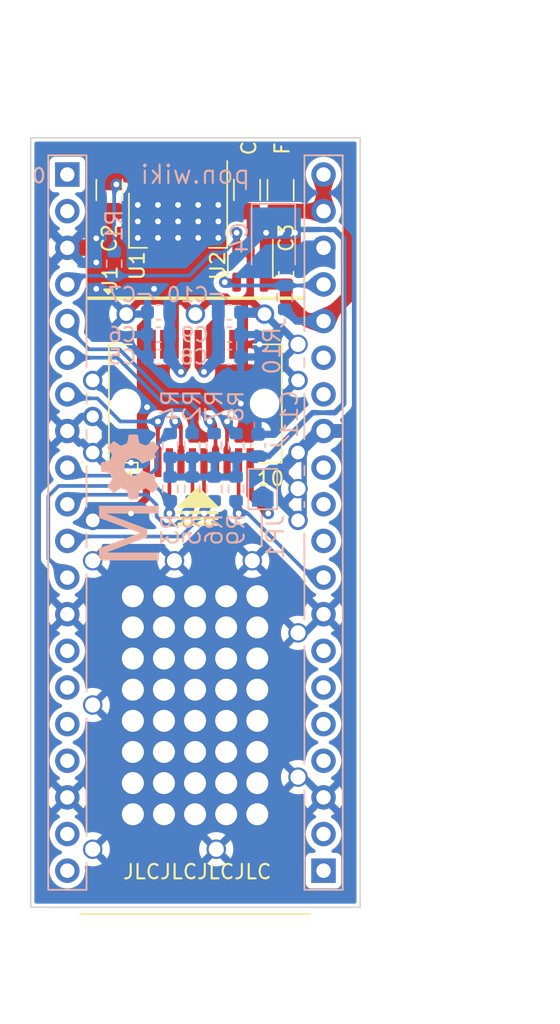
<source format=kicad_pcb>
(kicad_pcb (version 20221018) (generator pcbnew)
  (layers (0 "F.Cu" signal) (31 "B.Cu" signal) (34 "B.Paste" user) (35 "F.Paste" user) (36 "B.SilkS" user "B.Silkscreen") (37 "F.SilkS" user "F.Silkscreen") (38 "B.Mask" user) (39 "F.Mask" user) (44 "Edge.Cuts" user))
  (net 0 "")
  (net 1 "/GPIO0")
  (net 2 "/GPIO1")
  (net 3 "/GPIO2")
  (net 4 "/GPIO3")
  (net 5 "/GPIO4")
  (net 6 "/GPIO5")
  (net 7 "/GPIO6")
  (net 8 "/GPIO7")
  (net 9 "/GPIO8")
  (net 10 "/GPIO9")
  (net 11 "/GPIO10")
  (net 12 "/GPIO11")
  (net 13 "/GPIO12")
  (net 14 "/GPIO13")
  (net 15 "/GPIO14")
  (net 16 "/GPIO15")
  (net 17 "/GPIO23")
  (net 18 "/GPIO29_ADC3")
  (net 19 "/GPIO28_ADC2")
  (net 20 "/GPIO27_ADC1")
  (net 21 "/GPIO26_ADC0")
  (net 23 "/GPIO22")
  (net 24 "/GPIO21")
  (net 25 "/GPIO20")
  (net 26 "/GPIO19")
  (net 27 "/GPIO18")
  (net 28 "/GPIO17")
  (net 29 "/GPIO16")
  (net 30 "Net-(U1-VI)")
  (net 31 "GND")
  (net 32 "+3.3V")
  (net 33 "+5V")
  (net 37 "Vdrive")
  (net 38 "/RUN")
  (net 39 "Net-(J1-VeeRX)")
  (footprint "Connector_PinSocket_2.54mm:PinSocket_1x20_P2.54mm_Vertical" (layer "F.Cu") (at 147.32 63.5)
    (fp_text reference "J3" hide)
    (fp_text value "Conn_01x20")
  )
  (footprint "Capacitor_SMD:C_0603_1608Metric" (layer "F.Cu") (at 144.7292 70.3834 90)
    (fp_text reference "C3")
    (fp_text value "0.1uF")
  )
  (footprint "Connector:Connector_SFP_and_Cage" (layer "F.Cu") (at 138.425 73.175 90)
    (fp_text reference "J1")
    (fp_text value "SFP+")
  )
  (footprint "Connector_PinSocket_2.54mm:PinSocket_1x20_P2.54mm_Vertical" (layer "F.Cu") (at 129.54 63.5)
    (fp_text reference "J2" hide)
    (fp_text value "Conn_01x20")
  )
  (footprint "Capacitor_SMD:C_1206_3216Metric" (layer "F.Cu") (at 142.01 64.57 -90)
    (fp_text reference "C1" hide)
    (fp_text value "4.7uF")
  )
  (footprint "Capacitor_SMD:C_1206_3216Metric" (layer "F.Cu") (at 132.46 64.57 -90)
    (fp_text reference "C2")
    (fp_text value "4.7uF")
  )
  (footprint "Package_TO_SOT_SMD:SOT-23-5" (layer "F.Cu") (at 142.24 69.8246 -90)
    (fp_text reference "U2")
    (fp_text value "AP2191WG-7")
  )
  (footprint "Capacitor_SMD:C_1206_3216Metric" (layer "F.Cu") (at 144.34 64.57 90)
    (fp_text reference "F1" hide)
    (fp_text value "Polyfuse_Small")
  )
  (footprint "Package_TO_SOT_SMD:SOT-223-3_TabPin2" (layer "F.Cu") (at 137.225 66.67 -90)
    (fp_text reference "U1")
    (fp_text value "AIC1221-33GY3TR")
  )
  (footprint "Capacitor_SMD:C_0603_1608Metric" (layer "B.Cu") (at 135.875 73.0504 180)
    (fp_text reference "C7")
    (fp_text value "0.01uF")
  )
  (footprint "Resistor_SMD:R_0603_1608Metric" (layer "B.Cu") (at 138.2014 85.2932 90)
    (fp_text reference "R5")
    (fp_text value "10K")
  )
  (footprint "Capacitor_SMD:C_0603_1608Metric" (layer "B.Cu") (at 135.875 76.1492 180)
    (fp_text reference "C5")
    (fp_text value "1uF")
  )
  (footprint "Capacitor_SMD:C_0603_1608Metric" (layer "B.Cu") (at 135.875 74.5998 180)
    (fp_text reference "C6")
    (fp_text value "0.1uF")
  )
  (footprint "Resistor_SMD:R_0603_1608Metric" (layer "B.Cu") (at 132.7912 69.6854 90)
    (fp_text reference "R1")
    (fp_text value "10K")
  )
  (footprint "Resistor_SMD:R_0603_1608Metric" (layer "B.Cu") (at 138.2014 82.2828 -90)
    (fp_text reference "R2")
    (fp_text value "10K")
  )
  (footprint "Capacitor_SMD:C_0603_1608Metric" (layer "B.Cu") (at 142.7734 82.2828 90)
    (fp_text reference "C11")
    (fp_text value "0.1uF")
  )
  (footprint "Resistor_SMD:R_0603_1608Metric" (layer "B.Cu") (at 136.6774 85.2932 90)
    (fp_text reference "R3")
    (fp_text value "10K")
  )
  (footprint "Capacitor_SMD:C_0603_1608Metric" (layer "B.Cu") (at 140.7922 73.0504)
    (fp_text reference "C10")
    (fp_text value "0.01uF")
  )
  (footprint "Capacitor_Tantalum_SMD:CP_EIA-3528-21_Kemet-B" (layer "B.Cu") (at 143.8402 67.9958 -90)
    (fp_text reference "C4")
    (fp_text value "150uF")
  )
  (footprint "Symbol:OSHW-Logo_5.7x6mm_SilkScreen" (layer "B.Cu") (at 134.8994 83.7692 -90)
    (fp_text reference "REF**" hide)
    (fp_text value "OSHW-Logo_5.7x6mm_SilkScreen" hide)
  )
  (footprint "Capacitor_SMD:C_0603_1608Metric" (layer "B.Cu") (at 140.7922 74.5998)
    (fp_text reference "C9")
    (fp_text value "0.1uF")
  )
  (footprint "Resistor_SMD:R_0603_1608Metric" (layer "B.Cu") (at 141.2494 82.2828 -90)
    (fp_text reference "R8")
    (fp_text value "10K")
  )
  (footprint "Resistor_SMD:R_0603_1608Metric" (layer "B.Cu") (at 139.7254 85.2932 90)
    (fp_text reference "R6")
    (fp_text value "10K")
  )
  (footprint "Jumper:SolderJumper-2_P1.3mm_Open_TrianglePad1.0x1.5mm" (layer "B.Cu") (at 143.1036 85.3048 90)
    (fp_text reference "JP1")
    (fp_text value "Jumper_2_Bridged")
  )
  (footprint "Capacitor_SMD:C_0603_1608Metric" (layer "B.Cu") (at 140.7922 76.1492)
    (fp_text reference "C8")
    (fp_text value "1uF")
  )
  (footprint "Resistor_SMD:R_0603_1608Metric" (layer "B.Cu") (at 141.2494 85.2932 90)
    (fp_text reference "R9")
    (fp_text value "10K")
  )
  (footprint "Resistor_SMD:R_0603_1608Metric" (layer "B.Cu") (at 139.7254 82.2828 -90)
    (fp_text reference "R7")
    (fp_text value "10K")
  )
  (footprint "Resistor_SMD:R_0603_1608Metric" (layer "B.Cu") (at 136.6774 82.2828 -90)
    (fp_text reference "R4")
    (fp_text value "10K")
  )
  (footprint "Resistor_SMD:R_0603_1608Metric" (layer "B.Cu") (at 144.6276 72.0212 90)
    (fp_text reference "R10")
    (fp_text value "R")
  )
  (gr_line (start 134.4676 71.7804) (end 135.2042 71.7804) (stroke (width 0.15)) (layer "B.SilkS"))
  (gr_line (start 144.6276 73.787) (end 144.6276 73.533) (stroke (width 0.15)) (layer "B.SilkS"))
  (gr_line (start 144.2466 82.2706) (end 144.880052 81.637148) (stroke (width 0.15)) (layer "B.SilkS"))
  (gr_line (start 143.0274 87.1728) (end 143.0274 89.2556) (stroke (width 0.15)) (layer "B.SilkS"))
  (gr_line (start 140.208 71.7804) (end 140.5636 72.136) (stroke (width 0.15)) (layer "B.SilkS"))
  (gr_line (start 144.6149 73.7997) (end 144.3745 74.0401) (stroke (width 0.15)) (layer "B.SilkS"))
  (gr_line (start 143.6878 82.2706) (end 144.2466 82.2706) (stroke (width 0.15)) (layer "B.SilkS"))
  (gr_line (start 135.2042 71.7804) (end 135.5598 72.136) (stroke (width 0.15)) (layer "B.SilkS"))
  (gr_line (start 139.4714 71.7804) (end 140.208 71.7804) (stroke (width 0.15)) (layer "B.SilkS"))
  (gr_rect (start 137.2616 87.2998) (end 139.954 87.376) (stroke (width 0.15)) (fill solid) (layer "F.SilkS"))
  (gr_rect (start 137.2616 86.8934) (end 139.954 86.9696) (stroke (width 0.15)) (fill solid) (layer "F.SilkS"))
  (gr_rect (start 137.2616 87.7062) (end 139.954 87.7824) (stroke (width 0.15)) (fill solid) (layer "F.SilkS"))
  (gr_poly (pts (xy 132.664223 71.4756) (xy 132.384823 71.755) (xy 132.105673 71.47585)) (stroke (width 0.15)) (fill solid) (layer "F.SilkS"))
  (gr_poly (pts (xy 138.615931 85.20508) (xy 137.283211 86.5378) (xy 139.943471 86.5378)) (stroke (width 0.15)) (fill solid) (layer "F.SilkS"))
  (gr_rect (start 127 60.96) (end 149.86 114.3) (stroke (width 0.1)) (fill none) (layer "Edge.Cuts"))
  (gr_text "M" (at 136.5758 85.9028 90) (layer "B.SilkS") (effects (font (size 4.064 4.064)) (justify left bottom mirror)))
  (gr_text "pon.wiki" (at 138.425 63.5) (layer "B.SilkS") (effects (font (size 1.27 1.27)) (justify mirror)))
  (gr_text "0" (at 128.143 63.5 180) (layer "B.SilkS") (effects (font (size 1 1)) (justify left)))
  (gr_text "1" (at 133.4008 84.582) (layer "F.SilkS") (effects (font (size 1 1)) (justify left)))
  (gr_text "0" (at 128.143 63.5 180) (layer "F.SilkS") (effects (font (size 1 1)) (justify left)))
  (gr_text "10" (at 143.637 84.582) (layer "F.SilkS") (effects (font (size 1 1))))
  (gr_text "C" (at 142.1384 61.6712 90) (layer "F.SilkS") (effects (font (size 1 1))))
  (gr_text "JLCJLCJLCJLC" (at 138.557 111.8362) (layer "F.SilkS") (effects (font (size 1 1))))
  (gr_text "F" (at 144.4498 61.6966 90) (layer "F.SilkS") (effects (font (size 1 1))))
  (segment (start 141.29 67.5386) (end 141.29 68.6871) (width 0.254) (layer "F.Cu") (net 3))
  (via (at 141.29 67.5386) (size 0.8) (drill 0.4) (layers "F.Cu" "B.Cu") (net 3))
  (segment (start 140.381583 68.9229) (end 141.29 68.014483) (width 0.254) (layer "B.Cu") (net 3))
  (segment (start 139.586667 68.9229) (end 140.381583 68.9229) (width 0.254) (layer "B.Cu") (net 3))
  (segment (start 137.999167 70.5104) (end 132.9436 70.5104) (width 0.254) (layer "B.Cu") (net 3))
  (segment (start 130.1496 70.5104) (end 132.9436 70.5104) (width 0.254) (layer "B.Cu") (net 3))
  (segment (start 141.29 68.014483) (end 141.29 67.5386) (width 0.254) (layer "B.Cu") (net 3))
  (segment (start 129.54 71.12) (end 130.1496 70.5104) (width 0.254) (layer "B.Cu") (net 3))
  (segment (start 137.999167 70.5104) (end 139.586667 68.9229) (width 0.254) (layer "B.Cu") (net 3))
  (segment (start 140.625 83.475) (end 140.625 80.6196) (width 0.254) (layer "F.Cu") (net 4))
  (via (at 140.625 80.6196) (size 0.8) (drill 0.4) (layers "F.Cu" "B.Cu") (net 4))
  (segment (start 133.15402 75.6158) (end 136.36082 78.8226) (width 0.254) (layer "B.Cu") (net 4))
  (segment (start 136.36082 78.8226) (end 138.732502 78.822601) (width 0.254) (layer "B.Cu") (net 4))
  (segment (start 138.732502 78.822601) (end 140.529501 80.6196) (width 0.254) (layer "B.Cu") (net 4))
  (segment (start 140.625 80.8334) (end 141.2494 81.4578) (width 0.254) (layer "B.Cu") (net 4))
  (segment (start 140.529501 80.6196) (end 140.625 80.6196) (width 0.254) (layer "B.Cu") (net 4))
  (segment (start 129.54 73.66) (end 129.54 74.1172) (width 0.254) (layer "B.Cu") (net 4))
  (segment (start 129.54 74.1172) (end 131.0386 75.6158) (width 0.254) (layer "B.Cu") (net 4))
  (segment (start 131.0386 75.6158) (end 133.15402 75.6158) (width 0.254) (layer "B.Cu") (net 4))
  (segment (start 140.625 80.6196) (end 140.625 80.8334) (width 0.254) (layer "B.Cu") (net 4))
  (segment (start 139.825 83.475) (end 139.825 81.0196) (width 0.254) (layer "F.Cu") (net 5))
  (segment (start 139.825 81.0196) (end 139.425 80.6196) (width 0.254) (layer "F.Cu") (net 5))
  (via (at 139.425 80.6196) (size 0.8) (drill 0.4) (layers "F.Cu" "B.Cu") (net 5))
  (segment (start 139.425 81.1574) (end 139.7254 81.4578) (width 0.254) (layer "B.Cu") (net 5))
  (segment (start 129.54 76.2) (end 133.0198 76.2) (width 0.254) (layer "B.Cu") (net 5))
  (segment (start 139.425 80.6196) (end 139.425 81.1574) (width 0.254) (layer "B.Cu") (net 5))
  (segment (start 136.1504 79.3306) (end 138.136 79.3306) (width 0.254) (layer "B.Cu") (net 5))
  (segment (start 133.0198 76.2) (end 136.1504 79.3306) (width 0.254) (layer "B.Cu") (net 5))
  (segment (start 138.136 79.3306) (end 139.425 80.6196) (width 0.254) (layer "B.Cu") (net 5))
  (segment (start 135.825 83.475) (end 135.825 80.6196) (width 0.254) (layer "F.Cu") (net 6))
  (via (at 135.825 80.6196) (size 0.8) (drill 0.4) (layers "F.Cu" "B.Cu") (net 6))
  (segment (start 129.8194 79.0194) (end 131.6228 79.0194) (width 0.254) (layer "B.Cu") (net 6))
  (segment (start 135.825 80.6196) (end 136.606 79.8386) (width 0.254) (layer "B.Cu") (net 6))
  (segment (start 138.2014 80.3656) (end 138.2014 81.4578) (width 0.254) (layer "B.Cu") (net 6))
  (segment (start 136.606 79.8386) (end 137.6744 79.8386) (width 0.254) (layer "B.Cu") (net 6))
  (segment (start 129.54 78.74) (end 129.8194 79.0194) (width 0.254) (layer "B.Cu") (net 6))
  (segment (start 131.6228 79.0194) (end 133.223 80.6196) (width 0.254) (layer "B.Cu") (net 6))
  (segment (start 133.223 80.6196) (end 135.825 80.6196) (width 0.254) (layer "B.Cu") (net 6))
  (segment (start 137.6744 79.8386) (end 138.2014 80.3656) (width 0.254) (layer "B.Cu") (net 6))
  (segment (start 137.425 83.475) (end 137.425 81.0196) (width 0.254) (layer "F.Cu") (net 7))
  (segment (start 137.425 81.0196) (end 137.025 80.6196) (width 0.254) (layer "F.Cu") (net 7))
  (via (at 137.025 80.6196) (size 0.8) (drill 0.4) (layers "F.Cu" "B.Cu") (net 7))
  (segment (start 130.0988 84.3788) (end 135.2042 84.3788) (width 0.254) (layer "B.Cu") (net 7))
  (segment (start 136.5504 81.4578) (end 136.6774 81.4578) (width 0.254) (layer "B.Cu") (net 7))
  (segment (start 137.025 81.1102) (end 136.6774 81.4578) (width 0.254) (layer "B.Cu") (net 7))
  (segment (start 135.763 82.2452) (end 136.5504 81.4578) (width 0.254) (layer "B.Cu") (net 7))
  (segment (start 137.025 80.6196) (end 137.025 81.1102) (width 0.254) (layer "B.Cu") (net 7))
  (segment (start 135.2042 84.3788) (end 135.763 83.82) (width 0.254) (layer "B.Cu") (net 7))
  (segment (start 129.54 83.82) (end 130.0988 84.3788) (width 0.254) (layer "B.Cu") (net 7))
  (segment (start 135.763 83.82) (end 135.763 82.2452) (width 0.254) (layer "B.Cu") (net 7))
  (segment (start 138.225 83.475) (end 138.225 86.595) (width 0.254) (layer "F.Cu") (net 8))
  (segment (start 138.225 86.595) (end 137.825 86.995) (width 0.254) (layer "F.Cu") (net 8))
  (via (at 137.825 86.995) (size 0.8) (drill 0.4) (layers "F.Cu" "B.Cu") (net 8))
  (segment (start 138.2014 86.1182) (end 138.2014 86.6186) (width 0.254) (layer "B.Cu") (net 8))
  (segment (start 135.0264 85.6996) (end 135.7376 86.4108) (width 0.254) (layer "B.Cu") (net 8))
  (segment (start 129.54 86.36) (end 129.8448 86.0552) (width 0.254) (layer "B.Cu") (net 8))
  (segment (start 130.2004 85.6996) (end 135.0264 85.6996) (width 0.254) (layer "B.Cu") (net 8))
  (segment (start 135.7376 86.4108) (end 135.7376 87.212101) (width 0.254) (layer "B.Cu") (net 8))
  (segment (start 137.044 87.776) (end 137.825 86.995) (width 0.254) (layer "B.Cu") (net 8))
  (segment (start 138.2014 86.6186) (end 137.825 86.995) (width 0.254) (layer "B.Cu") (net 8))
  (segment (start 136.301499 87.776) (end 137.044 87.776) (width 0.254) (layer "B.Cu") (net 8))
  (segment (start 135.7376 87.212101) (end 136.301499 87.776) (width 0.254) (layer "B.Cu") (net 8))
  (segment (start 129.54 86.36) (end 130.2004 85.6996) (width 0.254) (layer "B.Cu") (net 8))
  (segment (start 139.025 83.475) (end 139.025 86.995) (width 0.254) (layer "F.Cu") (net 9))
  (via (at 139.025 86.995) (size 0.8) (drill 0.4) (layers "F.Cu" "B.Cu") (net 9))
  (segment (start 129.8448 88.5952) (end 137.4248 88.5952) (width 0.254) (layer "B.Cu") (net 9))
  (segment (start 137.4248 88.5952) (end 139.025 86.995) (width 0.254) (layer "B.Cu") (net 9))
  (segment (start 139.025 86.8186) (end 139.7254 86.1182) (width 0.254) (layer "B.Cu") (net 9))
  (segment (start 139.025 86.995) (end 139.025 86.8186) (width 0.254) (layer "B.Cu") (net 9))
  (segment (start 129.54 88.9) (end 129.8448 88.5952) (width 0.254) (layer "B.Cu") (net 9))
  (segment (start 136.625 83.475) (end 136.625 86.995) (width 0.254) (layer "F.Cu") (net 10))
  (via (at 136.625 86.995) (size 0.8) (drill 0.4) (layers "F.Cu" "B.Cu") (net 10))
  (segment (start 128.9304 85.09) (end 135.6492 85.09) (width 0.254) (layer "B.Cu") (net 10))
  (segment (start 135.6492 85.09) (end 136.6774 86.1182) (width 0.254) (layer "B.Cu") (net 10))
  (segment (start 129.54 91.44) (end 128.2192 90.1192) (width 0.254) (layer "B.Cu") (net 10))
  (segment (start 136.6774 86.9426) (end 136.625 86.995) (width 0.254) (layer "B.Cu") (net 10))
  (segment (start 136.6774 86.1182) (end 136.6774 86.9426) (width 0.254) (layer "B.Cu") (net 10))
  (segment (start 128.2192 90.1192) (end 128.2192 85.8012) (width 0.254) (layer "B.Cu") (net 10))
  (segment (start 128.2192 85.8012) (end 128.9304 85.09) (width 0.254) (layer "B.Cu") (net 10))
  (segment (start 140.462 70.9621) (end 141.29 70.9621) (width 0.254) (layer "F.Cu") (net 17))
  (via (at 140.462 70.9621) (size 0.8) (drill 0.4) (layers "F.Cu" "B.Cu") (net 17))
  (segment (start 144.6276 71.1962) (end 147.2438 71.1962) (width 0.254) (layer "B.Cu") (net 17))
  (segment (start 140.6961 71.1962) (end 140.462 70.9621) (width 0.254) (layer "B.Cu") (net 17))
  (segment (start 144.6276 71.1962) (end 140.6961 71.1962) (width 0.254) (layer "B.Cu") (net 17))
  (segment (start 147.32 71.12) (end 147.2184 71.2216) (width 0.254) (layer "B.Cu") (net 17))
  (segment (start 147.2438 71.1962) (end 147.32 71.12) (width 0.254) (layer "B.Cu") (net 17))
  (segment (start 141.425 83.475) (end 141.425 86.995) (width 0.254) (layer "F.Cu") (net 23))
  (via (at 141.425 86.995) (size 0.8) (drill 0.4) (layers "F.Cu" "B.Cu") (net 23))
  (segment (start 147.32 91.44) (end 146.5072 91.44) (width 0.254) (layer "B.Cu") (net 23))
  (segment (start 146.5072 91.44) (end 142.0622 86.995) (width 0.254) (layer "B.Cu") (net 23))
  (segment (start 141.2494 86.8194) (end 141.425 86.995) (width 0.254) (layer "B.Cu") (net 23))
  (segment (start 141.2494 86.1182) (end 141.2494 86.8194) (width 0.254) (layer "B.Cu") (net 23))
  (segment (start 141.025 86.3426) (end 141.2494 86.1182) (width 0.254) (layer "B.Cu") (net 23))
  (segment (start 142.0622 86.995) (end 141.425 86.995) (width 0.254) (layer "B.Cu") (net 23))
  (segment (start 134.625 74.0868) (end 135.1026 73.6092) (width 0.508) (layer "F.Cu") (net 31))
  (segment (start 142.367 68.8141) (end 142.24 68.6871) (width 0.254) (layer "F.Cu") (net 31))
  (segment (start 142.24 69.8246) (end 142.24 68.6871) (width 0.381) (layer "F.Cu") (net 31))
  (segment (start 137.025 70.02) (end 137.225 69.82) (width 0.508) (layer "F.Cu") (net 31))
  (segment (start 137.025 75.275) (end 137.025 70.02) (width 0.508) (layer "F.Cu") (net 31))
  (segment (start 135.025 83.475) (end 135.025 85.9296) (width 0.508) (layer "F.Cu") (net 31))
  (segment (start 144.7292 69.6084) (end 146.2916 69.6084) (width 0.889) (layer "F.Cu") (net 31))
  (segment (start 141.825 75.275) (end 142.875 75.275) (width 0.508) (layer "F.Cu") (net 31))
  (segment (start 139.8524 73.66) (end 139.8524 72.1868) (width 0.508) (layer "F.Cu") (net 31))
  (segment (start 142.24 68.6871) (end 142.24 66.275) (width 0.508) (layer "F.Cu") (net 31))
  (segment (start 144.513 69.8246) (end 142.24 69.8246) (width 0.381) (layer "F.Cu") (net 31))
  (segment (start 142.24 66.275) (end 142.01 66.045) (width 0.508) (layer "F.Cu") (net 31))
  (segment (start 133.9596 83.475) (end 135.025 83.475) (width 0.508) (layer "F.Cu") (net 31))
  (segment (start 135.1026 73.6092) (end 135.1026 72.0344) (width 0.508) (layer "F.Cu") (net 31))
  (segment (start 135.025 85.9296) (end 133.9596 86.995) (width 0.508) (layer "F.Cu") (net 31))
  (segment (start 139.425 74.0874) (end 139.8524 73.66) (width 0.508) (layer "F.Cu") (net 31))
  (segment (start 134.625 75.275) (end 134.625 74.0868) (width 0.508) (layer "F.Cu") (net 31))
  (segment (start 146.2916 69.6084) (end 147.32 68.58) (width 0.889) (layer "F.Cu") (net 31))
  (segment (start 144.7292 69.6084) (end 144.513 69.8246) (width 0.381) (layer "F.Cu") (net 31))
  (segment (start 139.425 75.275) (end 139.425 74.0874) (width 0.508) (layer "F.Cu") (net 31))
  (segment (start 144.7292 69.6084) (end 144.4876 69.85) (width 0.381) (layer "F.Cu") (net 31))
  (segment (start 141.825 75.275) (end 141.825 72.229) (width 0.508) (layer "F.Cu") (net 31))
  (segment (start 133.702 73.602) (end 133.625 73.602) (width 0.254) (layer "F.Cu") (net 31))
  (via (at 134.431 65.607) (size 0.8) (drill 0.4) (layers "F.Cu" "B.Cu") (net 31))
  (via (at 142.7226 103.5304) (size 2.159) (drill 1.524) (layers "F.Cu" "B.Cu") (net 31))
  (via (at 140.5636 97.0534) (size 2.159) (drill 1.524) (layers "F.Cu" "B.Cu") (net 31))
  (via (at 136.2456 105.6894) (size 2.159) (drill 1.524) (layers "F.Cu" "B.Cu") (net 31))
  (via (at 142.7226 101.3714) (size 2.159) (drill 1.524) (layers "F.Cu" "B.Cu") (net 31))
  (via (at 142.7226 99.2124) (size 2.159) (drill 1.524) (layers "F.Cu" "B.Cu") (net 31))
  (via (at 136.2456 97.0534) (size 2.159) (drill 1.524) (layers "F.Cu" "B.Cu") (net 31))
  (via (at 137.225 66.75) (size 0.8) (drill 0.4) (layers "F.Cu" "B.Cu") (net 31))
  (via (at 137.225 65.607) (size 0.8) (drill 0.4) (layers "F.Cu" "B.Cu") (net 31))
  (via (at 135.0772 79.629) (size 0.8) (drill 0.4) (layers "F.Cu" "B.Cu") (net 31))
  (via (at 134.0866 105.6894) (size 2.159) (drill 1.524) (layers "F.Cu" "B.Cu") (net 31))
  (via (at 136.2456 101.3714) (size 2.159) (drill 1.524) (layers "F.Cu" "B.Cu") (net 31))
  (via (at 134.0866 107.8484) (size 2.159) (drill 1.524) (layers "F.Cu" "B.Cu") (net 31))
  (via (at 138.4046 103.5304) (size 2.159) (drill 1.524) (layers "F.Cu" "B.Cu") (net 31))
  (via (at 138.622 66.75) (size 0.8) (drill 0.4) (layers "F.Cu" "B.Cu") (net 31))
  (via (at 136.2456 99.2124) (size 2.159) (drill 1.524) (layers "F.Cu" "B.Cu") (net 31))
  (via (at 138.4046 92.7354) (size 2.159) (drill 1.524) (layers "F.Cu" "B.Cu") (net 31))
  (via (at 134.0866 99.2124) (size 2.159) (drill 1.524) (layers "F.Cu" "B.Cu") (net 31))
  (via (at 140.5636 92.7354) (size 2.159) (drill 1.524) (layers "F.Cu" "B.Cu") (net 31))
  (via (at 134.431 66.75) (size 0.8) (drill 0.4) (layers "F.Cu" "B.Cu") (net 31))
  (via (at 134.0866 101.3714) (size 2.159) (drill 1.524) (layers "F.Cu" "B.Cu") (net 31))
  (via (at 142.7226 92.7354) (size 2.159) (drill 1.524) (layers "F.Cu" "B.Cu") (net 31))
  (via (at 142.7226 105.6894) (size 2.159) (drill 1.524) (layers "F.Cu" "B.Cu") (net 31))
  (via (at 138.622 67.893) (size 0.8) (drill 0.4) (layers "F.Cu" "B.Cu") (net 31))
  (via (at 135.828 66.75) (size 0.8) (drill 0.4) (layers "F.Cu" "B.Cu") (net 31))
  (via (at 138.4046 94.8944) (size 2.159) (drill 1.524) (layers "F.Cu" "B.Cu") (net 31))
  (via (at 140.5636 99.2124) (size 2.159) (drill 1.524) (layers "F.Cu" "B.Cu") (net 31))
  (via (at 142.875 75.275) (size 0.8) (drill 0.4) (layers "F.Cu" "B.Cu") (net 31))
  (via (at 135.5598 71.4248) (size 0.8) (drill 0.4) (layers "F.Cu" "B.Cu") (net 31))
  (via (at 137.225 67.893) (size 0.8) (drill 0.4) (layers "F.Cu" "B.Cu") (net 31))
  (via (at 141.5796 79.375) (size 0.8) (drill 0.4) (layers "F.Cu" "B.Cu") (net 31))
  (via (at 140.019 66.75) (size 0.8) (drill 0.4) (layers "F.Cu" "B.Cu") (net 31))
  (via (at 140.5636 101.3714) (size 2.159) (drill 1.524) (layers "F.Cu" "B.Cu") (net 31))
  (via (at 142.7226 97.0534) (size 2.159) (drill 1.524) (layers "F.Cu" "B.Cu") (net 31))
  (via (at 134.0866 97.0534) (size 2.159) (drill 1.524) (layers "F.Cu" "B.Cu") (net 31))
  (via (at 134.0866 92.7354) (size 2.159) (drill 1.524) (layers "F.Cu" "B.Cu") (net 31))
  (via (at 138.622 65.607) (size 0.8) (drill 0.4) (layers "F.Cu" "B.Cu") (net 31))
  (via (at 131.5466 71.4248) (size 0.8) (drill 0.4) (layers "F.Cu" "B.Cu") (net 31))
  (via (at 140.5636 107.8484) (size 2.159) (drill 1.524) (layers "F.Cu" "B.Cu") (net 31))
  (via (at 140.5636 94.8944) (size 2.159) (drill 1.524) (layers "F.Cu" "B.Cu") (net 31))
  (via (at 138.4046 101.3714) (size 2.159) (drill 1.524) (layers "F.Cu" "B.Cu") (net 31))
  (via (at 142.7226 94.8944) (size 2.159) (drill 1.524) (layers "F.Cu" "B.Cu") (net 31))
  (via (at 133.9596 83.475) (size 0.8) (drill 0.4) (layers "F.Cu" "B.Cu") (net 31))
  (via (at 136.2456 107.8484) (size 2.159) (drill 1.524) (layers "F.Cu" "B.Cu") (net 31))
  (via (at 135.828 65.607) (size 0.8) (drill 0.4) (layers "F.Cu" "B.Cu") (net 31))
  (via (at 140.5636 103.5304) (size 2.159) (drill 1.524) (layers "F.Cu" "B.Cu") (net 31))
  (via (at 131.5466 67.9196) (size 0.8) (drill 0.4) (layers "F.Cu" "B.Cu") (net 31))
  (via (at 134.0866 94.8944) (size 2.159) (drill 1.524) (layers "F.Cu" "B.Cu") (net 31))
  (via (at 136.2456 103.5304) (size 2.159) (drill 1.524) (layers "F.Cu" "B.Cu") (net 31))
  (via (at 136.2456 92.7354) (size 2.159) (drill 1.524) (layers "F.Cu" "B.Cu") (net 31))
  (via (at 142.7226 107.8484) (size 2.159) (drill 1.524) (layers "F.Cu" "B.Cu") (net 31))
  (via (at 138.4046 105.6894) (size 2.159) (drill 1.524) (layers "F.Cu" "B.Cu") (net 31))
  (via (at 135.828 67.893) (size 0.8) (drill 0.4) (layers "F.Cu" "B.Cu") (net 31))
  (via (at 138.4046 97.0534) (size 2.159) (drill 1.524) (layers "F.Cu" "B.Cu") (net 31))
  (via (at 136.2456 94.8944) (size 2.159) (drill 1.524) (layers "F.Cu" "B.Cu") (net 31))
  (via (at 133.9596 86.995) (size 0.8) (drill 0.4) (layers "F.Cu" "B.Cu") (net 31))
  (via (at 140.019 67.893) (size 0.8) (drill 0.4) (layers "F.Cu" "B.Cu") (net 31))
  (via (at 138.4046 107.8484) (size 2.159) (drill 1.524) (layers "F.Cu" "B.Cu") (net 31))
  (via (at 140.019 65.607) (size 0.8) (drill 0.4) (layers "F.Cu" "B.Cu") (net 31))
  (via (at 134.431 67.893) (size 0.8) (drill 0.4) (layers "F.Cu" "B.Cu") (net 31))
  (via (at 131.5466 69.596) (size 0.8) (drill 0.4) (layers "F.Cu" "B.Cu") (net 31))
  (via (at 134.0866 103.5304) (size 2.159) (drill 1.524) (layers "F.Cu" "B.Cu") (net 31))
  (via (at 138.4046 99.2124) (size 2.159) (drill 1.524) (layers "F.Cu" "B.Cu") (net 31))
  (via (at 140.5636 105.6894) (size 2.159) (drill 1.524) (layers "F.Cu" "B.Cu") (net 31))
  (segment (start 145.915 105.275) (end 147.32 106.68) (width 0.508) (layer "B.Cu") (net 31))
  (segment (start 131.3 82.775) (end 131.035 82.775) (width 0.508) (layer "B.Cu") (net 31))
  (segment (start 145.9738 83.1988) (end 145.9738 84.8512) (width 0.381) (layer "B.Cu") (net 31))
  (segment (start 147.045 81.28) (end 145.55 82.775) (width 0.889) (layer "B.Cu") (net 31))
  (segment (start 145.55 85.275) (end 145.9738 85.6988) (width 0.381) (layer "B.Cu") (net 31))
  (segment (start 138.2 73.4) (end 138.425 73.175) (width 0.508) (layer "B.Cu") (net 31))
  (segment (start 141.6918 73.175) (end 141.5672 73.0504) (width 0.254) (layer "B.Cu") (net 31))
  (segment (start 145.55 82.775) (end 145.9738 83.1988) (width 0.381) (layer "B.Cu") (net 31))
  (segment (start 134.9754 73.175) (end 135.1 73.0504) (width 0.508) (layer "B.Cu") (net 31))
  (segment (start 145.9738 84.8512) (end 145.55 85.275) (width 0.381) (layer "B.Cu") (net 31))
  (segment (start 147.32 81.28) (end 147.045 81.28) (width 0.508) (layer "B.Cu") (net 31))
  (segment (start 130.545 80.275) (end 129.54 81.28) (width 0.508) (layer "B.Cu") (net 31))
  (segment (start 146.025 95.275) (end 147.32 93.98) (width 0.508) (layer "B.Cu") (net 31))
  (segment (start 133.625 73.175) (end 134.9754 73.175) (width 0.508) (layer "B.Cu") (net 31))
  (segment (start 145.9738 87.0512) (end 145.55 87.475) (width 0.381) (layer "B.Cu") (net 31))
  (segment (start 145.55 95.275) (end 146.025 95.275) (width 0.508) (layer "B.Cu") (net 31))
  (segment (start 143.225 73.175) (end 141.6918 73.175) (width 0.508) (layer "B.Cu") (net 31))
  (segment (start 131.3 80.275) (end 130.545 80.275) (width 0.508) (layer "B.Cu") (net 31))
  (segment (start 145.55 105.275) (end 145.915 105.275) (width 0.508) (layer "B.Cu") (net 31))
  (segment (start 138.3004 73.0504) (end 138.425 73.175) (width 0.508) (layer "B.Cu") (net 31))
  (segment (start 145.9738 85.6988) (end 145.9738 87.0512) (width 0.381) (layer "B.Cu") (net 31))
  (segment (start 132.46 63.095) (end 132.46 62.165) (width 0.889) (layer "F.Cu") (net 32))
  (segment (start 147.32 73.66) (end 146.177 73.66) (width 0.889) (layer "F.Cu") (net 32))
  (segment (start 132.95 61.675) (end 148.475 61.675) (width 0.889) (layer "F.Cu") (net 32))
  (segment (start 149.075 71.905) (end 147.32 73.66) (width 0.889) (layer "F.Cu") (net 32))
  (segment (start 144.7292 72.2122) (end 144.7292 71.1584) (width 0.889) (layer "F.Cu") (net 32))
  (segment (start 132.46 62.165) (end 132.95 61.675) (width 0.889) (layer "F.Cu") (net 32))
  (segment (start 134.925 63.52) (end 132.885 63.52) (width 1.016) (layer "F.Cu") (net 32))
  (segment (start 148.475 61.675) (end 149.075 62.275) (width 0.889) (layer "F.Cu") (net 32))
  (segment (start 146.177 73.66) (end 144.7292 72.2122) (width 0.889) (layer "F.Cu") (net 32))
  (segment (start 147.32 73.66) (end 147.29 73.66) (width 0.889) (layer "F.Cu") (net 32))
  (segment (start 149.075 62.275) (end 149.075 71.905) (width 0.889) (layer "F.Cu") (net 32))
  (segment (start 132.885 63.52) (end 132.46 63.095) (width 1.016) (layer "F.Cu") (net 32))
  (via (at 132.9436 64.1858) (size 0.8) (drill 0.4) (layers "F.Cu" "B.Cu") (net 32))
  (segment (start 145.4414 73.66) (end 144.6276 72.8462) (width 0.508) (layer "B.Cu") (net 32))
  (segment (start 132.7912 68.8604) (end 132.7912 64.3382) (width 0.254) (layer "B.Cu") (net 32))
  (segment (start 147.32 73.66) (end 145.4414 73.66) (width 0.508) (layer "B.Cu") (net 32))
  (segment (start 133.0452 64.2874) (end 132.9436 64.1858) (width 0.381) (layer "B.Cu") (net 32))
  (segment (start 132.7912 64.3382) (end 132.9436 64.1858) (width 0.254) (layer "B.Cu") (net 32))
  (segment (start 147.32 66.04) (end 144.345 66.04) (width 1.016) (layer "F.Cu") (net 33))
  (segment (start 147.32 66.04) (end 147.32 63.5) (width 1.016) (layer "F.Cu") (net 33))
  (segment (start 137.825 76.78) (end 137.425 77.18) (width 0.508) (layer "F.Cu") (net 37))
  (segment (start 138.625 75.275) (end 138.625 76.78) (width 0.508) (layer "F.Cu") (net 37))
  (segment (start 138.625 76.78) (end 139.025 77.18) (width 0.508) (layer "F.Cu") (net 37))
  (segment (start 137.825 75.275) (end 137.825 76.78) (width 0.508) (layer "F.Cu") (net 37))
  (via (at 145.3388 67.5386) (size 0.8) (drill 0.4) (layers "F.Cu" "B.Cu") (net 37))
  (via (at 144.34 67.5386) (size 0.8) (drill 0.4) (layers "F.Cu" "B.Cu") (net 37))
  (via (at 137.425 77.18) (size 0.8) (drill 0.4) (layers "F.Cu" "B.Cu") (net 37))
  (via (at 143.3322 67.5386) (size 0.8) (drill 0.4) (layers "F.Cu" "B.Cu") (net 37))
  (via (at 139.025 77.18) (size 0.8) (drill 0.4) (layers "F.Cu" "B.Cu") (net 37))
  (segment (start 138.2776 71.3994) (end 139.9286 69.7484) (width 0.889) (layer "B.Cu") (net 37))
  (segment (start 147.7772 80.01) (end 146.7866 80.01) (width 0.3302) (layer "B.Cu") (net 37))
  (segment (start 148.717 79.4004) (end 148.1074 80.01) (width 0.381) (layer "B.Cu") (net 37))
  (segment (start 140.0172 73.0504) (end 140.0172 74.5998) (width 0.762) (layer "B.Cu") (net 37))
  (segment (start 136.65 73.0504) (end 136.65 72.2904) (width 0.889) (layer "B.Cu") (net 37))
  (segment (start 142.933317 67.5386) (end 140.723517 69.7484) (width 0.889) (layer "B.Cu") (net 37))
  (segment (start 146.7866 80.01) (end 146.558 80.01) (width 0.381) (layer "B.Cu") (net 37))
  (segment (start 136.65 76.1492) (end 136.65 76.405) (width 0.635) (layer "B.Cu") (net 37))
  (segment (start 136.65 73.0504) (end 136.65 74.5998) (width 0.635) (layer "B.Cu") (net 37))
  (segment (start 148.717 67.945) (end 148.717 79.4004) (width 0.381) (layer "B.Cu") (net 37))
  (segment (start 140.0172 73.0504) (end 140.0172 72.3516) (width 0.889) (layer "B.Cu") (net 37))
  (segment (start 140.0045 72.3516) (end 139.0523 71.3994) (width 0.889) (layer "B.Cu") (net 37))
  (segment (start 140.0172 74.5998) (end 140.0172 76.1492) (width 0.762) (layer "B.Cu") (net 37))
  (segment (start 137.541 71.3994) (end 138.2776 71.3994) (width 0.889) (layer "B.Cu") (net 37))
  (segment (start 146.558 80.01) (end 143.5102 83.0578) (width 0.381) (layer "B.Cu") (net 37))
  (segment (start 145.3388 67.5386) (end 145.5674 67.31) (width 0.3302) (layer "B.Cu") (net 37))
  (segment (start 148.082 67.31) (end 148.717 67.945) (width 0.381) (layer "B.Cu") (net 37))
  (segment (start 140.0172 72.3516) (end 140.0045 72.3516) (width 0.762) (layer "B.Cu") (net 37))
  (segment (start 147.7518 67.31) (end 148.082 67.31) (width 0.381) (layer "B.Cu") (net 37))
  (segment (start 136.65 72.2904) (end 137.541 71.3994) (width 0.889) (layer "B.Cu") (net 37))
  (segment (start 141.2994 83.0578) (end 141.2494 83.1078) (width 0.508) (layer "B.Cu") (net 37))
  (segment (start 140.0172 76.1878) (end 139.025 77.18) (width 0.762) (layer "B.Cu") (net 37))
  (segment (start 148.1074 80.01) (end 147.7772 80.01) (width 0.381) (layer "B.Cu") (net 37))
  (segment (start 139.0523 71.3994) (end 138.2776 71.3994) (width 0.889) (layer "B.Cu") (net 37))
  (segment (start 140.0172 76.1492) (end 140.0172 76.1878) (width 0.762) (layer "B.Cu") (net 37))
  (segment (start 143.0784 83.0578) (end 142.7734 83.0578) (width 0.254) (layer "B.Cu") (net 37))
  (segment (start 143.3322 67.5386) (end 142.933317 67.5386) (width 0.762) (layer "B.Cu") (net 37))
  (segment (start 146.8628 67.31) (end 147.7518 67.31) (width 0.3302) (layer "B.Cu") (net 37))
  (segment (start 143.5102 83.0578) (end 143.0784 83.0578) (width 0.381) (layer "B.Cu") (net 37))
  (segment (start 142.7734 83.0578) (end 141.2994 83.0578) (width 0.508) (layer "B.Cu") (net 37))
  (segment (start 140.723517 69.7484) (end 139.9286 69.7484) (width 0.889) (layer "B.Cu") (net 37))
  (segment (start 136.65 74.5998) (end 136.65 76.1492) (width 0.635) (layer "B.Cu") (net 37))
  (segment (start 136.65 76.405) (end 137.425 77.18) (width 0.635) (layer "B.Cu") (net 37))
  (segment (start 145.5674 67.31) (end 146.8628 67.31) (width 0.381) (layer "B.Cu") (net 37))
  (segment (start 142.225 83.475) (end 142.225 85.7354) (width 0.508) (layer "F.Cu") (net 39))
  (segment (start 142.225 85.7354) (end 143.4846 86.995) (width 0.508) (layer "F.Cu") (net 39))
  (via (at 143.4846 86.995) (size 0.8) (drill 0.4) (layers "F.Cu" "B.Cu") (net 39))
  (segment (start 143.4846 86.995) (end 143.4846 86.4108) (width 0.508) (layer "B.Cu") (net 39))
  (segment (start 143.4846 86.4108) (end 143.1036 86.0298) (width 0.508) (layer "B.Cu") (net 39))
  (zone (net 0) (net_name "") (layer "F.Cu") (connect_pads (clearance 0)) (min_thickness 0.25)
    (keepout (tracks allowed) (vias allowed) (pads allowed) (copperpour not_allowed) (footprints allowed))
    (fill (thermal_gap 0.381) (thermal_bridge_width 0.635))
    (polygon (pts (xy 134.63 74.265) (xy 134.63 72.53) (xy 137.43 72.53) (xy 137.43 74.265)))
  )
  (zone (net 0) (net_name "") (layer "F.Cu") (connect_pads (clearance 0)) (min_thickness 0.25)
    (keepout (tracks allowed) (vias allowed) (pads allowed) (copperpour not_allowed) (footprints allowed))
    (fill (thermal_gap 0.381) (thermal_bridge_width 0.635))
    (polygon (pts (xy 147.55 80.96) (xy 147.55 79.905) (xy 149.72 79.905) (xy 149.72 80.96)))
  )
  (zone (net 0) (net_name "") (layer "F.Cu") (connect_pads (clearance 0)) (min_thickness 0.25)
    (keepout (tracks allowed) (vias allowed) (pads allowed) (copperpour not_allowed) (footprints allowed))
    (fill (thermal_gap 0.381) (thermal_bridge_width 0.635))
    (polygon (pts (xy 140.61 65.795) (xy 140.61 64.56) (xy 143.42 64.56) (xy 143.42 65.795)))
  )
  (zone (net 0) (net_name "") (layer "F.Cu") (connect_pads (clearance 0)) (min_thickness 0.25)
    (keepout (tracks allowed) (vias allowed) (pads allowed) (copperpour not_allowed) (footprints allowed))
    (fill (thermal_gap 0.381) (thermal_bridge_width 0.635))
    (polygon (pts (xy 142.9268 69.6886) (xy 143.1808 69.6886) (xy 143.1808 72.771477) (xy 142.4936 72.0852) (xy 142.4936 70.0796) (xy 142.4936 67.1242) (xy 142.9268 67.1242)))
  )
  (zone (net 31) (net_name "GND") (layer "F.Cu") (priority 7) (connect_pads yes (clearance 0.381)) (min_thickness 0.25) (fill yes (thermal_gap 0.5) (thermal_bridge_width 0.5) (smoothing fillet) (radius 1.016))
    (polygon (pts (xy 132.9944 108.9406) (xy 143.8148 108.9406) (xy 143.8148 91.5924) (xy 132.9944 91.5924)))
  )
  (zone (net 31) (net_name "GND") (layer "F.Cu") (priority 10) (connect_pads yes (clearance 0.381)) (min_thickness 0.25) (fill yes (thermal_gap 0.381) (thermal_bridge_width 0.508))
    (polygon (pts (xy 129.54 67.9958) (xy 129.54 69.1388) (xy 131.1402 69.1388) (xy 131.1402 67.9958)))
  )
  (zone (net 0) (net_name "") (layer "F.Cu") (connect_pads (clearance 0)) (min_thickness 0.25)
    (keepout (tracks allowed) (vias allowed) (pads allowed) (copperpour not_allowed) (footprints allowed))
    (fill (thermal_gap 0.5) (thermal_bridge_width 0.5))
    (polygon (pts (xy 136.2202 81.1022) (xy 136.2202 82.2452) (xy 136.9822 82.2452) (xy 136.9822 81.1022)))
  )
  (zone (net 0) (net_name "") (layer "F.Cu") (connect_pads (clearance 0)) (min_thickness 0.25)
    (keepout (tracks allowed) (vias allowed) (pads allowed) (copperpour not_allowed) (footprints allowed))
    (fill (thermal_gap 0.381) (thermal_bridge_width 0.635))
    (polygon (pts (xy 135.2864 82.4738) (xy 135.2864 82.0888) (xy 142.4844 82.0888) (xy 142.4844 82.4738)))
  )
  (zone (net 0) (net_name "") (layer "F.Cu") (connect_pads (clearance 0)) (min_thickness 0.25)
    (keepout (tracks allowed) (vias allowed) (pads allowed) (copperpour not_allowed) (footprints allowed))
    (fill (thermal_gap 0.381) (thermal_bridge_width 0.635))
    (polygon (pts (xy 133.35 65.725) (xy 133.35 65.05) (xy 133.75 65.05) (xy 133.75 65.725)))
  )
  (zone (net 37) (net_name "Vdrive") (layer "F.Cu") (priority 3) (connect_pads yes (clearance 0.381)) (min_thickness 0.25) (fill yes (thermal_gap 0.381) (thermal_bridge_width 0.508))
    (polygon (pts (xy 145.7452 68.6562) (xy 144.0942 68.6562) (xy 143.406456 69.343944) (xy 142.9258 69.342) (xy 142.9258 68.0466) (xy 142.9258 67.1322) (xy 145.7452 67.1322)))
  )
  (zone (net 0) (net_name "") (layer "F.Cu") (connect_pads (clearance 0)) (min_thickness 0.25)
    (keepout (tracks allowed) (vias allowed) (pads allowed) (copperpour not_allowed) (footprints allowed))
    (fill (thermal_gap 0.381) (thermal_bridge_width 0.635))
    (polygon (pts (xy 139.43 74.265) (xy 139.43 72.54) (xy 142.22 72.54) (xy 142.22 74.265)))
  )
  (zone (net 31) (net_name "GND") (layer "F.Cu") (priority 4) (connect_pads (clearance 0.381)) (min_thickness 0.25) (fill yes (thermal_gap 0.381) (thermal_bridge_width 0.508) (island_removal_mode 1) (island_area_min 9.999999))
    (polygon (pts (xy 134.366 74.27) (xy 134.366 84.481057) (xy 142.4854 84.48072) (xy 142.4854 74.27)))
  )
  (zone (net 30) (net_name "Net-(U1-VI)") (layer "F.Cu") (priority 1) (connect_pads yes (clearance 0.5)) (min_thickness 0.25) (fill yes (thermal_gap 0.381) (thermal_bridge_width 0.635))
    (polygon (pts (xy 138.775 62.525) (xy 145.25 62.525) (xy 145.25 63.675) (xy 141.125 63.675) (xy 140.275 64.525) (xy 138.775 64.525)))
  )
  (zone (net 31) (net_name "GND") (layer "F.Cu") (connect_pads (clearance 0.381)) (min_thickness 0.25) (fill yes (thermal_gap 0.508) (thermal_bridge_width 0.508))
    (polygon (pts (xy 129.539458 60.95) (xy 129.540012 74.154016) (xy 142.771237 74.155312) (xy 145.5824 71.316767) (xy 145.5824 60.95)))
  )
  (zone (net 0) (net_name "") (layer "F.Cu") (connect_pads (clearance 0)) (min_thickness 0.25)
    (keepout (tracks allowed) (vias allowed) (pads allowed) (copperpour not_allowed) (footprints allowed))
    (fill (thermal_gap 0.381) (thermal_bridge_width 0.635))
    (polygon (pts (xy 127.22 74.275) (xy 127.22 69.154) (xy 130.849717 69.154) (xy 130.850008 72.54) (xy 132.63 72.54) (xy 132.63 74.275)))
  )
  (zone (net 0) (net_name "") (layer "F.Cu") (connect_pads (clearance 0)) (min_thickness 0.25)
    (keepout (tracks allowed) (vias allowed) (pads allowed) (copperpour not_allowed) (footprints allowed))
    (fill (thermal_gap 0.5) (thermal_bridge_width 0.5))
    (polygon (pts (xy 134.0104 82.0928) (xy 134.0104 82.4992) (xy 134.7724 82.4992) (xy 134.7724 82.0928)))
  )
  (zone (net 32) (net_name "+3.3V") (layer "F.Cu") (priority 5) (connect_pads yes (clearance 0.381)) (min_thickness 0.25) (fill yes (thermal_gap 0.381) (thermal_bridge_width 0.508))
    (polygon (pts (xy 143.7767 70.7136) (xy 144.7292 70.7136) (xy 144.7292 71.4756) (xy 143.179805 71.4756) (xy 143.179853 70.3072) (xy 143.3703 70.3072)))
  )
  (zone (net 0) (net_name "") (layer "F.Cu") (connect_pads (clearance 0)) (min_thickness 0.25)
    (keepout (tracks allowed) (vias allowed) (pads allowed) (copperpour not_allowed) (footprints allowed))
    (fill (thermal_gap 0.381) (thermal_bridge_width 0.635))
    (polygon (pts (xy 141.987 70.3072) (xy 140.614 70.3072) (xy 140.614 69.1298) (xy 141.3252 69.1298) (xy 141.3252 67.6402) (xy 141.987 67.6402)))
  )
  (zone (net 0) (net_name "") (layer "F.Cu") (connect_pads (clearance 0)) (min_thickness 0.25)
    (keepout (tracks allowed) (vias allowed) (pads allowed) (copperpour not_allowed) (footprints allowed))
    (fill (thermal_gap 0.381) (thermal_bridge_width 0.635))
    (polygon (pts (xy 132.0518 65.725) (xy 132.0518 67.125006) (xy 130.859566 67.126814) (xy 130.86007 67.9806) (xy 127.22 67.9806) (xy 127.22 62.27) (xy 131.4724 62.27) (xy 131.4724 65.725)))
  )
  (zone (net 0) (net_name "") (layer "F.Cu") (connect_pads (clearance 0)) (min_thickness 0.25)
    (keepout (tracks allowed) (vias allowed) (pads allowed) (copperpour not_allowed) (footprints allowed))
    (fill (thermal_gap 0.381) (thermal_bridge_width 0.635))
    (polygon (pts (xy 147.68 70.4) (xy 147.0576 70.4) (xy 147.0576 72.16) (xy 146.1462 72.16) (xy 146.1462 68.7606) (xy 147.225 68.7606) (xy 147.225 67.675) (xy 147.68 67.675)))
  )
  (zone (net 0) (net_name "") (layer "F.Cu") (connect_pads (clearance 0)) (min_thickness 0.25)
    (keepout (tracks allowed) (vias allowed) (pads allowed) (copperpour not_allowed) (footprints allowed))
    (fill (thermal_gap 0.5) (thermal_bridge_width 0.5))
    (polygon (pts (xy 142.0876 76.2508) (xy 142.0876 76.6572) (xy 142.8496 76.6572) (xy 142.8496 76.2508)))
  )
  (zone (net 0) (net_name "") (layer "F.Cu") (connect_pads (clearance 0)) (min_thickness 0.25)
    (keepout (tracks allowed) (vias allowed) (pads allowed) (copperpour not_allowed) (footprints allowed))
    (fill (thermal_gap 0.381) (thermal_bridge_width 0.635))
    (polygon (pts (xy 134.88 76.66) (xy 134.88 76.275) (xy 141.57 76.275) (xy 141.57 76.66)))
  )
  (zone (net 32) (net_name "+3.3V") (layer "F.Cu") (priority 1) (connect_pads yes (clearance 0.381)) (min_thickness 0.25) (fill yes (thermal_gap 0.5) (thermal_bridge_width 0.5))
    (polygon (pts (xy 131.572 62.5094) (xy 131.572 64.5922) (xy 133.35 64.5922) (xy 133.35 62.5094)))
  )
  (zone (net 37) (net_name "Vdrive") (layer "B.Cu") (priority 3) (connect_pads yes (clearance 0.381)) (min_thickness 0.25) (fill yes (thermal_gap 0.381) (thermal_bridge_width 0.508))
    (polygon (pts (xy 142.1638 67.945) (xy 142.1638 65.786) (xy 145.7452 65.786) (xy 145.7452 67.7164) (xy 145.5166 67.945)))
  )
  (zone (net 31) (net_name "GND") (layer "B.Cu") (priority 14) (connect_pads yes (clearance 0.381)) (min_thickness 0.25) (fill yes (thermal_gap 0.381) (thermal_bridge_width 0.508))
    (polygon (pts (xy 141.5542 72.7202) (xy 143.2052 72.7202) (xy 143.2052 73.4314) (xy 141.5542 73.4314)))
  )
  (zone (net 0) (net_name "") (layer "B.Cu") (connect_pads yes (clearance 0)) (min_thickness 0.25)
    (keepout (tracks allowed) (vias allowed) (pads allowed) (copperpour not_allowed) (footprints allowed))
    (fill (thermal_gap 0.381) (thermal_bridge_width 0.508))
    (polygon (pts (xy 144.6022 83.1088) (xy 144.0942 83.6168) (xy 143.2814 83.6168) (xy 143.7894 83.1088)))
  )
  (zone (net 0) (net_name "") (layer "B.Cu") (connect_pads (clearance 0)) (min_thickness 0.25)
    (keepout (tracks allowed) (vias allowed) (pads allowed) (copperpour not_allowed) (footprints allowed))
    (fill (thermal_gap 0.5) (thermal_bridge_width 0.5))
    (polygon (pts (xy 143.5354 82.2706) (xy 143.5354 81.7626) (xy 144.3482 81.7626) (xy 144.3482 82.2706)))
  )
  (zone (net 0) (net_name "") (layer "B.Cu") (connect_pads (clearance 0)) (min_thickness 0.25)
    (keepout (tracks allowed) (vias allowed) (pads allowed) (copperpour not_allowed) (footprints allowed))
    (fill (thermal_gap 0.508) (thermal_bridge_width 0.508))
    (polygon (pts (xy 133.6548 68.8594) (xy 133.6548 70.3834) (xy 131.9276 70.3834) (xy 131.9276 68.8594)))
  )
  (zone (net 31) (net_name "GND") (layer "B.Cu") (priority 2) (connect_pads (clearance 0.381)) (min_thickness 0.25) (fill yes (thermal_gap 0.508) (thermal_bridge_width 0.508))
    (polygon (pts (xy 127 60.95) (xy 127.002238 114.297762) (xy 149.85 114.3) (xy 149.85 60.95)))
  )
  (zone (net 31) (net_name "GND") (layer "B.Cu") (priority 13) (connect_pads yes (clearance 0.381)) (min_thickness 0.25) (fill yes (thermal_gap 0.381) (thermal_bridge_width 0.508))
    (polygon (pts (xy 141.1732 68.3514) (xy 141.1732 70.6882) (xy 147.5994 70.6882) (xy 148.5392 70.6882) (xy 148.5392 68.3514)))
  )
  (zone (net 31) (net_name "GND") (layer "B.Cu") (priority 9) (connect_pads yes (clearance 0.381)) (min_thickness 0.25) (fill yes (thermal_gap 0.508) (thermal_bridge_width 0.508))
    (polygon (pts (xy 133.5786 75.311) (xy 135.6106 77.343) (xy 135.9662 76.9874) (xy 134.2898 75.311)))
  )
  (zone (net 37) (net_name "Vdrive") (layer "B.Cu") (priority 8) (connect_pads (clearance 0.381)) (min_thickness 0.25) (fill yes (thermal_gap 0.5) (thermal_bridge_width 0.5))
    (polygon (pts (xy 136.144 82.6516) (xy 136.144 84.9122) (xy 141.7066 84.9122) (xy 141.7066 82.6516)))
  )
  (zone (net 37) (net_name "Vdrive") (layer "B.Cu") (priority 6) (connect_pads yes (clearance 0.381)) (min_thickness 0.25) (fill yes (thermal_gap 0.5) (thermal_bridge_width 0.5))
    (polygon (pts (xy 140.462 69.2404) (xy 140.462 72.644) (xy 139.1158 71.2978) (xy 139.1158 70.5866)))
  )
  (zone (net 0) (net_name "") (layer "B.Cu") (connect_pads (clearance 0)) (min_thickness 0.25)
    (keepout (tracks allowed) (vias allowed) (pads allowed) (copperpour not_allowed) (footprints allowed))
    (fill (thermal_gap 0.508) (thermal_bridge_width 0.508))
    (polygon (pts (xy 142.4432 83.8962) (xy 142.113 83.8962) (xy 142.113 86.487) (xy 141.8844 86.487) (xy 141.859 86.4616) (xy 141.859 83.693) (xy 142.113 83.693) (xy 142.4432 83.693)))
  )
  (zone (net 0) (net_name "") (layer "B.Cu") (connect_pads yes (clearance 0)) (min_thickness 0.25)
    (keepout (tracks allowed) (vias allowed) (pads allowed) (copperpour not_allowed) (footprints allowed))
    (fill (thermal_gap 0.5) (thermal_bridge_width 0.5))
    (polygon (pts (xy 140.4874 72.1106) (xy 139.9286 71.5518) (xy 142.0622 71.5518) (xy 142.0622 72.4154) (xy 140.7922 72.4154)))
  )
  (zone (net 0) (net_name "") (layer "B.Cu") (connect_pads (clearance 0)) (min_thickness 0.25)
    (keepout (tracks allowed) (vias allowed) (pads allowed) (copperpour not_allowed) (footprints allowed))
    (fill (thermal_gap 0.5) (thermal_bridge_width 0.5))
    (polygon (pts (xy 131.5212 81.788) (xy 131.5212 81.28) (xy 131.9276 81.28) (xy 131.9276 81.788)))
  )
  (zone (net 0) (net_name "") (layer "B.Cu") (connect_pads (clearance 0)) (min_thickness 0.25)
    (keepout (tracks allowed) (vias allowed) (pads allowed) (copperpour not_allowed) (footprints allowed))
    (fill (thermal_gap 0.5) (thermal_bridge_width 0.5))
    (polygon (pts (xy 146.6596 81.9404) (xy 145.159169 81.942231) (xy 146.6596 80.4418)))
  )
  (zone (net 31) (net_name "GND") (layer "B.Cu") (priority 13) (connect_pads yes (clearance 0.381)) (min_thickness 0.25) (fill yes (thermal_gap 0.381) (thermal_bridge_width 0.508))
    (polygon (pts (xy 129.921 85.979) (xy 129.921 88.2396) (xy 135.7884 88.2396) (xy 135.7884 85.979)))
  )
  (zone (net 0) (net_name "") (layer "B.Cu") (connect_pads (clearance 0)) (min_thickness 0.25)
    (keepout (tracks allowed) (vias allowed) (pads allowed) (copperpour not_allowed) (footprints allowed))
    (fill (thermal_gap 0.5) (thermal_bridge_width 0.5))
    (polygon (pts (xy 144.907 84.2772) (xy 144.907 84.0232) (xy 145.3134 83.6168) (xy 145.3134 84.2772)))
  )
  (zone (net 31) (net_name "GND") (layer "B.Cu") (priority 12) (connect_pads yes (clearance 0.381)) (min_thickness 0.25) (fill yes (thermal_gap 0.381) (thermal_bridge_width 0.508))
    (polygon (pts (xy 145.568707 82.142293) (xy 144.272 83.439) (xy 144.8816 84.0486) (xy 146.193991 82.736209)))
  )
  (zone (net 0) (net_name "") (layer "B.Cu") (connect_pads (clearance 0)) (min_thickness 0.25)
    (keepout (tracks allowed) (vias allowed) (pads allowed) (copperpour not_allowed) (footprints allowed))
    (fill (thermal_gap 0.5) (thermal_bridge_width 0.5))
    (polygon (pts (xy 144.907 76.7842) (xy 144.907 76.2762) (xy 145.3134 76.2762) (xy 145.3134 76.7842)))
  )
  (zone (net 0) (net_name "") (layer "B.Cu") (connect_pads yes (clearance 0)) (min_thickness 0.25)
    (keepout (tracks allowed) (vias allowed) (pads allowed) (copperpour not_allowed) (footprints allowed))
    (fill (thermal_gap 0.381) (thermal_bridge_width 0.508))
    (polygon (pts (xy 144.4244 87.4014) (xy 144.4244 88.6714) (xy 145.8214 88.6714) (xy 145.8214 87.4014)))
  )
  (zone (net 0) (net_name "") (layer "B.Cu") (connect_pads yes (clearance 0)) (min_thickness 0.25)
    (keepout (tracks allowed) (vias allowed) (pads allowed) (copperpour not_allowed) (footprints allowed))
    (fill (thermal_gap 0.381) (thermal_bridge_width 0.508))
    (polygon (pts (xy 144.6784 86.9696) (xy 144.0688 86.36) (xy 144.0688 86.9696)))
  )
  (zone (net 31) (net_name "GND") (layer "B.Cu") (priority 11) (connect_pads yes (clearance 0.381)) (min_thickness 0.25) (fill yes (thermal_gap 0.381) (thermal_bridge_width 0.508))
    (polygon (pts (xy 147.32 80.7974) (xy 147.32 81.7626) (xy 148.8694 81.7626) (xy 148.8694 80.7974)))
  )
  (zone (net 0) (net_name "") (layer "B.Cu") (connect_pads (clearance 0)) (min_thickness 0.25)
    (keepout (tracks allowed) (vias allowed) (pads allowed) (copperpour not_allowed) (footprints allowed))
    (fill (thermal_gap 0.5) (thermal_bridge_width 0.5))
    (polygon (pts (xy 145.070791 74.128591) (xy 144.9324 74.295) (xy 144.4752 73.8378) (xy 144.2466 73.8378) (xy 144.145 73.7362) (xy 144.132379 73.723421) (xy 144.272 73.5838) (xy 144.3736 73.5838) (xy 144.4498 73.5076)))
  )
  (zone (net 0) (net_name "") (layer "B.Cu") (connect_pads (clearance 0)) (min_thickness 0.25)
    (keepout (tracks allowed) (vias allowed) (pads allowed) (copperpour not_allowed) (footprints allowed))
    (fill (thermal_gap 0.5) (thermal_bridge_width 0.5))
    (polygon (pts (xy 144.907 86.4616) (xy 144.907 86.2838) (xy 145.3134 86.2838) (xy 145.3134 86.4616)))
  )
)
</source>
